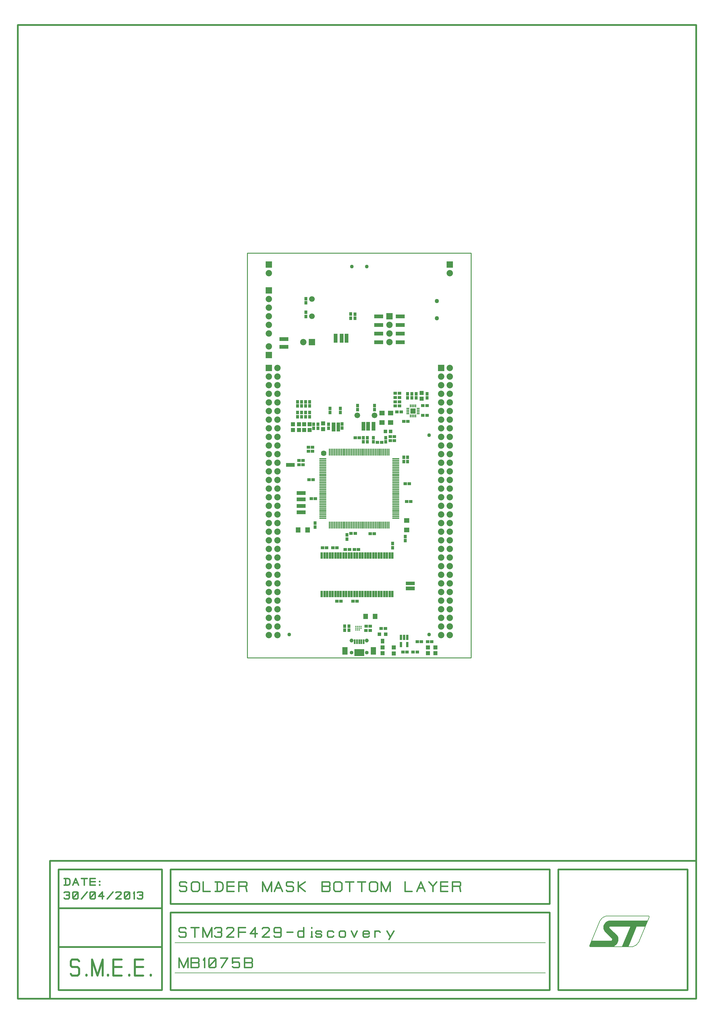
<source format=gbr>
G70*
%FSLAX55Y55*%
%ADD11C,0.01000*%
%ADD12C,0.00800*%
%ADD13C,0.02000*%
%ADD14R,0.07394X0.07394*%
%ADD15C,0.07394*%
%ADD16R,0.04086X0.03386*%
%ADD17R,0.03386X0.04086*%
%ADD18R,0.05118X0.04724*%
%ADD19R,0.06394X0.05394*%
%ADD20R,0.03543X0.01575*%
%ADD21R,0.01575X0.03543*%
%ADD22R,0.06299X0.06299*%
%ADD23C,0.06594*%
%ADD24C,0.00100*%
%ADD25C,0.01378*%
%ADD26C,0.05000*%
%ADD27R,0.05394X0.06394*%
%ADD28R,0.01969X0.05709*%
%ADD29R,0.11418X0.08268*%
%ADD30R,0.05906X0.09054*%
%ADD31O,0.04331X0.04331*%
%ADD32C,0.04528*%
%ADD33R,0.07394X0.07394*%
%ADD34R,0.02559X0.06102*%
%ADD35C,0.04331*%
%ADD36C,0.01654*%
%ADD37R,0.03976X0.03976*%
%ADD38R,0.03976X0.05376*%
%ADD39R,0.01693X0.08268*%
%ADD40R,0.08268X0.01693*%
%ADD41C,0.06378*%
%ADD42R,0.03898X0.04398*%
%ADD43R,0.02756X0.07677*%
%ADD44C,0.02480*%
%ADD45C,0.01500*%
%ADD46C,0.01575*%
D11*
X285882Y415262D02*
X545725Y415262D01*
X545725Y884947*
X285882Y884947*
X285882Y415262*
D12*
G36*
X685804Y86797D02*
X708758Y86807D01*
X709804Y88897*
X700804Y97897*
X699604Y100597*
X699604Y103897*
X699904Y105097*
X701104Y107197*
X702304Y108397*
X703804Y109297*
X705604Y109897*
X707704Y110197*
X750304Y110197*
X747904Y103897*
X747604Y103597*
X737704Y103597*
X728104Y80797*
X721204Y80797*
X730504Y102697*
X730504Y103597*
X706804Y103597*
X706204Y103297*
X705904Y102697*
X705904Y101797*
X706204Y101497*
X714904Y93097*
X715804Y91597*
X716104Y90097*
X716404Y89797*
X716404Y87097*
G75*
G02X711604Y80797I-08949J01839*
G01X683404Y80797*
X683404Y81397*
X685504Y86497*
X685804Y86797*
G37*
X708758Y86807*
X709804Y88897*
X700804Y97897*
X699604Y100597*
X699604Y103897*
X699904Y105097*
X701104Y107197*
X702304Y108397*
X703804Y109297*
X705604Y109897*
X707704Y110197*
X750304Y110197*
X747904Y103897*
X747604Y103597*
X737704Y103597*
X728104Y80797*
X721204Y80797*
X730504Y102697*
X730504Y103597*
X706804Y103597*
X706204Y103297*
X705904Y102697*
X705904Y101797*
X706204Y101497*
X714904Y93097*
X715804Y91597*
X716104Y90097*
X716404Y89797*
X716404Y87097*
G75*
G02X711604Y80797I-08949J01839*
G01X683404Y80797*
X683404Y81397*
X685504Y86497*
X685804Y86797*
X202051Y49689D02*
X632051Y49689D01*
D13*
X197051Y129689D02*
X637051Y129689D01*
X67050Y29689D02*
X187051Y29689D01*
D12*
X202051Y84689D02*
X632051Y84689D01*
D13*
X197051Y119689D02*
X637051Y119689D01*
D12*
X684004Y80197D02*
X683404Y80797D01*
X683404Y81397*
X695404Y110497*
G75*
G02X702004Y115597I08543J-04235*
G01X751804Y115597*
X752104Y115297*
X752104Y114097*
X740104Y85297*
G75*
G02X733504Y80197I-08825J04600*
G01X684004Y80197*
D13*
X637051Y129689D02*
X637051Y169689D01*
X57051Y179689D02*
X807051Y179689D01*
X67050Y124689D02*
X187051Y124689D01*
X67050Y169689D02*
X187051Y169689D01*
X197051Y169689D02*
X637051Y169689D01*
X197051Y29689D02*
X197051Y119689D01*
X197051Y129689D02*
X197051Y169689D01*
X67050Y29689D02*
X67050Y169689D01*
X637051Y29689D02*
X637051Y119689D01*
X647051Y169689D02*
X797051Y169689D01*
X647051Y29689D02*
X797051Y29689D01*
X19649Y19689D02*
X19649Y1149611D01*
X19649Y19689D02*
X807051Y19689D01*
X57051Y19689D02*
X57051Y179689D01*
X187051Y29689D02*
X187051Y169689D01*
X647051Y29689D02*
X647051Y169689D01*
X797051Y29689D02*
X797051Y169689D01*
X67050Y79689D02*
X187051Y79689D01*
X807051Y19689D02*
X807051Y1149611D01*
X197051Y29689D02*
X637051Y29689D01*
X19649Y1149611D02*
X807051Y1149611D01*
D14*
X450804Y811797D03*
D15*
X450804Y801797D03*
X450804Y791797D03*
X450804Y781797D03*
D16*
X428439Y446953D03*
X423714Y446953D03*
D17*
X420528Y666049D03*
X420528Y670774D03*
D18*
X455863Y420537D03*
X455863Y427230D03*
D19*
X452221Y688305D03*
X452221Y699305D03*
D18*
X374071Y687506D03*
X374071Y680813D03*
D16*
X428697Y452211D03*
X423973Y452211D03*
X494416Y708047D03*
X489691Y708047D03*
X488048Y433963D03*
X483323Y433963D03*
D17*
X353796Y831994D03*
X353796Y827270D03*
X353796Y811522D03*
X353796Y816246D03*
D16*
X475666Y596797D03*
X470941Y596797D03*
X471315Y422151D03*
X466591Y422151D03*
D18*
X495528Y420774D03*
X495528Y427466D03*
D17*
X358323Y695183D03*
X358323Y699907D03*
X477054Y716935D03*
X477054Y721659D03*
X344150Y707781D03*
X344150Y712506D03*
X410804Y814159D03*
X410804Y809435D03*
D16*
X457733Y707585D03*
X462457Y707585D03*
D17*
X433520Y703254D03*
X433520Y707978D03*
X482054Y716935D03*
X482054Y721659D03*
X399071Y452073D03*
X399071Y447348D03*
D16*
X373284Y543214D03*
X378008Y543214D03*
D17*
X381945Y699907D03*
X381945Y704632D03*
D16*
X495134Y433963D03*
X499859Y433963D03*
D20*
X472398Y698844D03*
X472398Y700813D03*
X472398Y702781D03*
X472398Y704750D03*
D21*
X475351Y707703D03*
X477319Y707703D03*
X479288Y707703D03*
X481256Y707703D03*
D20*
X484209Y704750D03*
X484209Y702781D03*
X484209Y700813D03*
X484209Y698844D03*
D21*
X481256Y695892D03*
X479288Y695892D03*
X477319Y695892D03*
X475351Y695892D03*
D22*
X478304Y701797D03*
D23*
X433556Y696777D03*
X413556Y696777D03*
D14*
X310804Y841797D03*
D15*
X310804Y831797D03*
X310804Y821797D03*
X310804Y811797D03*
X310804Y801797D03*
X310804Y791797D03*
D24*
G36*
X443225Y779829D02*
X433382Y779829D01*
X433382Y783766*
X443225Y783766*
X443225Y779829*
G37*
X433382Y779829*
X433382Y783766*
X443225Y783766*
X443225Y779829*
D25*
X440272Y781797D03*
X435941Y781797D03*
D26*
X505804Y809297D03*
X505804Y829297D03*
D27*
X355949Y563687D03*
X344949Y563687D03*
D17*
X358323Y707781D03*
X358323Y712506D03*
D24*
G36*
X469938Y503844D02*
X479780Y503844D01*
X479780Y499907*
X469938Y499907*
X469938Y503844*
G37*
X479780Y503844*
X479780Y499907*
X469938Y499907*
X469938Y503844*
D25*
X472890Y501876D03*
X477221Y501876D03*
D24*
G36*
X443225Y789829D02*
X433382Y789829D01*
X433382Y793766*
X443225Y793766*
X443225Y789829*
G37*
X433382Y789829*
X433382Y793766*
X443225Y793766*
X443225Y789829*
D25*
X440272Y791797D03*
X435941Y791797D03*
D18*
X345804Y686394D03*
X345804Y679701D03*
D28*
X410686Y433963D03*
X413245Y433963D03*
X415804Y433963D03*
X418363Y433963D03*
X420922Y433963D03*
D29*
X415804Y421365D03*
D30*
X432241Y423333D03*
X399367Y423333D03*
D31*
X424564Y421463D03*
X407044Y421463D03*
D32*
X424564Y435242D03*
X407044Y435242D03*
D16*
X415041Y541172D03*
X410316Y541172D03*
X389819Y543214D03*
X385095Y543214D03*
X441788Y665262D03*
X437064Y665262D03*
X404416Y541172D03*
X399691Y541172D03*
X356749Y655026D03*
X361473Y655026D03*
D17*
X363048Y681797D03*
X363048Y686522D03*
D18*
X358304Y686394D03*
X358304Y679701D03*
D17*
X403835Y452073D03*
X403835Y447348D03*
X395804Y681935D03*
X395804Y686659D03*
X348875Y707781D03*
X348875Y712506D03*
D16*
X345941Y639297D03*
X350666Y639297D03*
D17*
X413835Y703254D03*
X413835Y707978D03*
D14*
X310804Y766797D03*
D15*
X310804Y776797D03*
D17*
X472054Y647909D03*
X472054Y643185D03*
X367772Y681797D03*
X367772Y686522D03*
X472054Y721659D03*
X472054Y716935D03*
X494554Y716935D03*
X494554Y721659D03*
D16*
X411079Y559750D03*
X406355Y559750D03*
D17*
X380371Y681797D03*
X380371Y686522D03*
D16*
X356749Y659750D03*
X361473Y659750D03*
D33*
X360804Y781797D03*
D15*
X350804Y781797D03*
D16*
X457733Y712506D03*
X462457Y712506D03*
X483126Y422151D03*
X478402Y422151D03*
X462457Y717427D03*
X457733Y717427D03*
D17*
X446512Y666049D03*
X446512Y670774D03*
D14*
X520804Y871797D03*
D15*
X520804Y861797D03*
D16*
X411079Y670774D03*
X415804Y670774D03*
X467575Y689868D03*
X472300Y689868D03*
X474071Y617230D03*
X469347Y617230D03*
D17*
X432339Y666049D03*
X432339Y670774D03*
D34*
X464229Y439179D03*
X467969Y439179D03*
X471709Y439179D03*
X471709Y430714D03*
X464229Y430714D03*
D35*
X424442Y869297D03*
X407142Y869297D03*
D14*
X310804Y871797D03*
D15*
X310804Y861797D03*
D17*
X425252Y666049D03*
X425252Y670774D03*
D16*
X433166Y559297D03*
X428441Y559297D03*
D17*
X401429Y557909D03*
X401429Y553185D03*
D36*
X417772Y449711D03*
X417772Y451679D03*
X415804Y447742D03*
X415804Y449711D03*
X415804Y451679D03*
X413835Y447742D03*
X413835Y449711D03*
X413835Y451679D03*
X411867Y447742D03*
X411867Y449711D03*
X411867Y451679D03*
D17*
X348875Y695183D03*
X348875Y699907D03*
D37*
X439219Y442884D03*
X446719Y442884D03*
D38*
X443019Y434884D03*
D24*
G36*
X468225Y809829D02*
X458382Y809829D01*
X458382Y813766*
X468225Y813766*
X468225Y809829*
G37*
X458382Y809829*
X458382Y813766*
X468225Y813766*
X468225Y809829*
D25*
X465272Y811797D03*
X460941Y811797D03*
D17*
X353599Y695183D03*
X353599Y699907D03*
D16*
X464426Y700695D03*
X459701Y700695D03*
D18*
X504386Y420774D03*
X504386Y427466D03*
D16*
X413166Y481172D03*
X408441Y481172D03*
D17*
X393756Y699907D03*
X393756Y704632D03*
D16*
X360316Y599922D03*
X365041Y599922D03*
D17*
X405961Y814277D03*
X405961Y809553D03*
D39*
X381355Y654120D03*
X383323Y654120D03*
X385292Y654120D03*
X387260Y654120D03*
X389229Y654120D03*
X391197Y654120D03*
X393166Y654120D03*
X395134Y654120D03*
X397103Y654120D03*
X399071Y654120D03*
X401040Y654120D03*
X403008Y654120D03*
X404977Y654120D03*
X406945Y654120D03*
X408914Y654120D03*
X410882Y654120D03*
X412851Y654120D03*
X414819Y654120D03*
X416788Y654120D03*
X418756Y654120D03*
X420725Y654120D03*
X422693Y654120D03*
X424662Y654120D03*
X426630Y654120D03*
X428599Y654120D03*
X430567Y654120D03*
X432536Y654120D03*
X434504Y654120D03*
X436473Y654120D03*
X438441Y654120D03*
X440410Y654120D03*
X442378Y654120D03*
X444347Y654120D03*
X446315Y654120D03*
X448284Y654120D03*
X450252Y654120D03*
D40*
X458126Y646246D03*
X458126Y644277D03*
X458126Y642309D03*
X458126Y640340D03*
X458126Y638372D03*
X458126Y636403D03*
X458126Y634435D03*
X458126Y632466D03*
X458126Y630498D03*
X458126Y628529D03*
X458126Y626561D03*
X458126Y624592D03*
X458126Y622624D03*
X458126Y620655D03*
X458126Y618687D03*
X458126Y616718D03*
X458126Y614750D03*
X458126Y612781D03*
X458126Y610813D03*
X458126Y608844D03*
X458126Y606876D03*
X458126Y604907D03*
X458126Y602939D03*
X458126Y600970D03*
X458126Y599002D03*
X458126Y597033D03*
X458126Y595065D03*
X458126Y593096D03*
X458126Y591128D03*
X458126Y589159D03*
X458126Y587191D03*
X458126Y585222D03*
X458126Y583254D03*
X458126Y581285D03*
X458126Y579317D03*
X458126Y577348D03*
D39*
X450252Y569474D03*
X448284Y569474D03*
X446315Y569474D03*
X444347Y569474D03*
X442378Y569474D03*
X440410Y569474D03*
X438441Y569474D03*
X436473Y569474D03*
X434504Y569474D03*
X432536Y569474D03*
X430567Y569474D03*
X428599Y569474D03*
X426630Y569474D03*
X424662Y569474D03*
X422693Y569474D03*
X420725Y569474D03*
X418756Y569474D03*
X416788Y569474D03*
X414819Y569474D03*
X412851Y569474D03*
X410882Y569474D03*
X408914Y569474D03*
X406945Y569474D03*
X404977Y569474D03*
X403008Y569474D03*
X401040Y569474D03*
X399071Y569474D03*
X397103Y569474D03*
X395134Y569474D03*
X393166Y569474D03*
X391197Y569474D03*
X389229Y569474D03*
X387260Y569474D03*
X385292Y569474D03*
X383323Y569474D03*
X381355Y569474D03*
D40*
X373481Y577348D03*
X373481Y579317D03*
X373481Y581285D03*
X373481Y583254D03*
X373481Y585222D03*
X373481Y587191D03*
X373481Y589159D03*
X373481Y591128D03*
X373481Y593096D03*
X373481Y595065D03*
X373481Y597033D03*
X373481Y599002D03*
X373481Y600970D03*
X373481Y602939D03*
X373481Y604907D03*
X373481Y606876D03*
X373481Y608844D03*
X373481Y610813D03*
X373481Y612781D03*
X373481Y614750D03*
X373481Y616718D03*
X373481Y618687D03*
X373481Y620655D03*
X373481Y622624D03*
X373481Y624592D03*
X373481Y626561D03*
X373481Y628529D03*
X373481Y630498D03*
X373481Y632466D03*
X373481Y634435D03*
X373481Y636403D03*
X373481Y638372D03*
X373481Y640340D03*
X373481Y642309D03*
X373481Y644277D03*
X373481Y646246D03*
D41*
X374735Y652867D03*
D35*
X496906Y442545D03*
X496906Y673648D03*
X334701Y442545D03*
D24*
G36*
X386276Y781403D02*
X386276Y791246D01*
X390213Y791246*
X390213Y781403*
X386276Y781403*
G37*
X386276Y791246*
X390213Y791246*
X390213Y781403*
X386276Y781403*
D25*
X388245Y784356D03*
X388245Y788687D03*
D17*
X344150Y695183D03*
X344150Y699907D03*
X454554Y547909D03*
X454554Y543185D03*
X353599Y707781D03*
X353599Y712506D03*
D18*
X338929Y686394D03*
X338929Y679701D03*
D16*
X441367Y449251D03*
X446091Y449251D03*
D42*
X446268Y678057D03*
X452268Y678057D03*
D24*
G36*
X479780Y494002D02*
X469938Y494002D01*
X469938Y497939*
X479780Y497939*
X479780Y494002*
G37*
X469938Y494002*
X469938Y497939*
X479780Y497939*
X479780Y494002*
D25*
X476827Y495970D03*
X472497Y495970D03*
D18*
X442969Y420577D03*
X442969Y427270D03*
D19*
X442378Y688305D03*
X442378Y699305D03*
D16*
X462457Y722348D03*
X457733Y722348D03*
X357536Y621955D03*
X362260Y621955D03*
D18*
X352054Y686394D03*
X352054Y679701D03*
D17*
X469347Y551482D03*
X469347Y556207D03*
D16*
X451827Y672151D03*
X456552Y672151D03*
D18*
X488304Y722644D03*
X488304Y715951D03*
D27*
X423099Y463490D03*
X434099Y463490D03*
D16*
X394544Y481010D03*
X389819Y481010D03*
D17*
X467679Y647909D03*
X467679Y643185D03*
D19*
X470922Y574699D03*
X470922Y563699D03*
D16*
X345941Y644297D03*
X350666Y644297D03*
D23*
X360823Y811761D03*
X360823Y831761D03*
D17*
X364554Y566935D03*
X364554Y571659D03*
D16*
X456552Y667230D03*
X451827Y667230D03*
X489691Y696797D03*
X494416Y696797D03*
D14*
X310804Y751797D03*
D15*
X320804Y751797D03*
X310804Y741797D03*
X320804Y741797D03*
X310804Y731797D03*
X320804Y731797D03*
X310804Y721797D03*
X320804Y721797D03*
X310804Y711797D03*
X320804Y711797D03*
X310804Y701797D03*
X320804Y701797D03*
X310804Y691797D03*
X320804Y691797D03*
X310804Y681797D03*
X320804Y681797D03*
X310804Y671797D03*
X320804Y671797D03*
X310804Y661797D03*
X320804Y661797D03*
X310804Y651797D03*
X320804Y651797D03*
X310804Y641797D03*
X320804Y641797D03*
X310804Y631797D03*
X320804Y631797D03*
X310804Y621797D03*
X320804Y621797D03*
X310804Y611797D03*
X320804Y611797D03*
X310804Y601797D03*
X320804Y601797D03*
X310804Y591797D03*
X320804Y591797D03*
X310804Y581797D03*
X320804Y581797D03*
X310804Y571797D03*
X320804Y571797D03*
X310804Y561797D03*
X320804Y561797D03*
X310804Y551797D03*
X320804Y551797D03*
X310804Y541797D03*
X320804Y541797D03*
X310804Y531797D03*
X320804Y531797D03*
X310804Y521797D03*
X320804Y521797D03*
X310804Y511797D03*
X320804Y511797D03*
X310804Y501797D03*
X320804Y501797D03*
X310804Y491797D03*
X320804Y491797D03*
X310804Y481797D03*
X320804Y481797D03*
X310804Y471797D03*
X320804Y471797D03*
X310804Y461797D03*
X320804Y461797D03*
X310804Y451797D03*
X320804Y451797D03*
X310804Y441797D03*
X320804Y441797D03*
D43*
X372359Y534041D03*
X375508Y534041D03*
X378658Y534041D03*
X381808Y534041D03*
X384957Y534041D03*
X388107Y534041D03*
X391256Y534041D03*
X394406Y534041D03*
X397556Y534041D03*
X400705Y534041D03*
X403855Y534041D03*
X407004Y534041D03*
X410154Y534041D03*
X413304Y534041D03*
X416453Y534041D03*
X419603Y534041D03*
X422752Y534041D03*
X425902Y534041D03*
X429052Y534041D03*
X432201Y534041D03*
X435351Y534041D03*
X438501Y534041D03*
X441650Y534041D03*
X444800Y534041D03*
X447949Y534041D03*
X451099Y534041D03*
X454249Y534041D03*
X454249Y489553D03*
X451099Y489553D03*
X447949Y489553D03*
X444800Y489553D03*
X441650Y489553D03*
X438501Y489553D03*
X435351Y489553D03*
X432201Y489553D03*
X429052Y489553D03*
X425902Y489553D03*
X422752Y489553D03*
X419603Y489553D03*
X416453Y489553D03*
X413304Y489553D03*
X410154Y489553D03*
X407004Y489553D03*
X403855Y489553D03*
X400705Y489553D03*
X397556Y489553D03*
X394406Y489553D03*
X391256Y489553D03*
X388107Y489553D03*
X384957Y489553D03*
X381808Y489553D03*
X378658Y489553D03*
X375508Y489553D03*
X372359Y489553D03*
D24*
G36*
X330882Y641266D02*
X340725Y641266D01*
X340725Y637329*
X330882Y637329*
X330882Y641266*
G37*
X340725Y641266*
X340725Y637329*
X330882Y637329*
X330882Y641266*
D25*
X333835Y639297D03*
X338166Y639297D03*
D24*
G36*
X434308Y689081D02*
X434308Y679238D01*
X430371Y679238*
X430371Y689081*
X434308Y689081*
G37*
X434308Y679238*
X430371Y679238*
X430371Y689081*
X434308Y689081*
D25*
X432339Y686128D03*
X432339Y681797D03*
D24*
G36*
X353225Y604829D02*
X343382Y604829D01*
X343382Y608766*
X353225Y608766*
X353225Y604829*
G37*
X343382Y604829*
X343382Y608766*
X353225Y608766*
X353225Y604829*
D25*
X350272Y606797D03*
X345941Y606797D03*
D24*
G36*
X468225Y799829D02*
X458382Y799829D01*
X458382Y803766*
X468225Y803766*
X468225Y799829*
G37*
X458382Y799829*
X458382Y803766*
X468225Y803766*
X468225Y799829*
D25*
X465272Y801797D03*
X460941Y801797D03*
D24*
G36*
X333126Y774514D02*
X323284Y774514D01*
X323284Y778451*
X333126Y778451*
X333126Y774514*
G37*
X323284Y774514*
X323284Y778451*
X333126Y778451*
X333126Y774514*
D25*
X330174Y776482D03*
X325843Y776482D03*
D24*
G36*
X428008Y689081D02*
X428008Y679238D01*
X424071Y679238*
X424071Y689081*
X428008Y689081*
G37*
X428008Y679238*
X424071Y679238*
X424071Y689081*
X428008Y689081*
D25*
X426040Y686128D03*
X426040Y681797D03*
D24*
G36*
X353225Y582329D02*
X343382Y582329D01*
X343382Y586266*
X353225Y586266*
X353225Y582329*
G37*
X343382Y582329*
X343382Y586266*
X353225Y586266*
X353225Y582329*
D25*
X350272Y584297D03*
X345941Y584297D03*
D24*
G36*
X422497Y689081D02*
X422497Y679238D01*
X418560Y679238*
X418560Y689081*
X422497Y689081*
G37*
X422497Y679238*
X418560Y679238*
X418560Y689081*
X422497Y689081*
D25*
X420528Y686128D03*
X420528Y681797D03*
D24*
G36*
X468225Y789829D02*
X458382Y789829D01*
X458382Y793766*
X468225Y793766*
X468225Y789829*
G37*
X458382Y789829*
X458382Y793766*
X468225Y793766*
X468225Y789829*
D25*
X465272Y791797D03*
X460941Y791797D03*
D24*
G36*
X353225Y589829D02*
X343382Y589829D01*
X343382Y593766*
X353225Y593766*
X353225Y589829*
G37*
X343382Y589829*
X343382Y593766*
X353225Y593766*
X353225Y589829*
D25*
X350272Y591797D03*
X345941Y591797D03*
D24*
G36*
X403008Y791246D02*
X403008Y781403D01*
X399071Y781403*
X399071Y791246*
X403008Y791246*
G37*
X403008Y781403*
X399071Y781403*
X399071Y791246*
X403008Y791246*
D25*
X401040Y788293D03*
X401040Y783963D03*
D14*
X510804Y751797D03*
D15*
X520804Y751797D03*
X510804Y741797D03*
X520804Y741797D03*
X510804Y731797D03*
X520804Y731797D03*
X510804Y721797D03*
X520804Y721797D03*
X510804Y711797D03*
X520804Y711797D03*
X510804Y701797D03*
X520804Y701797D03*
X510804Y691797D03*
X520804Y691797D03*
X510804Y681797D03*
X520804Y681797D03*
X510804Y671797D03*
X520804Y671797D03*
X510804Y661797D03*
X520804Y661797D03*
X510804Y651797D03*
X520804Y651797D03*
X510804Y641797D03*
X520804Y641797D03*
X510804Y631797D03*
X520804Y631797D03*
X510804Y621797D03*
X520804Y621797D03*
X510804Y611797D03*
X520804Y611797D03*
X510804Y601797D03*
X520804Y601797D03*
X510804Y591797D03*
X520804Y591797D03*
X510804Y581797D03*
X520804Y581797D03*
X510804Y571797D03*
X520804Y571797D03*
X510804Y561797D03*
X520804Y561797D03*
X510804Y551797D03*
X520804Y551797D03*
X510804Y541797D03*
X520804Y541797D03*
X510804Y531797D03*
X520804Y531797D03*
X510804Y521797D03*
X520804Y521797D03*
X510804Y511797D03*
X520804Y511797D03*
X510804Y501797D03*
X520804Y501797D03*
X510804Y491797D03*
X520804Y491797D03*
X510804Y481797D03*
X520804Y481797D03*
X510804Y471797D03*
X520804Y471797D03*
X510804Y461797D03*
X520804Y461797D03*
X510804Y451797D03*
X520804Y451797D03*
X510804Y441797D03*
X520804Y441797D03*
D24*
G36*
X443225Y799829D02*
X433382Y799829D01*
X433382Y803766*
X443225Y803766*
X443225Y799829*
G37*
X433382Y799829*
X433382Y803766*
X443225Y803766*
X443225Y799829*
D25*
X440272Y801797D03*
X435941Y801797D03*
D24*
G36*
X323284Y787309D02*
X333126Y787309D01*
X333126Y783372*
X323284Y783372*
X323284Y787309*
G37*
X333126Y787309*
X333126Y783372*
X323284Y783372*
X323284Y787309*
D25*
X326237Y785340D03*
X330567Y785340D03*
D24*
G36*
X393166Y781403D02*
X393166Y791246D01*
X397103Y791246*
X397103Y781403*
X393166Y781403*
G37*
X393166Y791246*
X397103Y791246*
X397103Y781403*
X393166Y781403*
D25*
X395134Y784356D03*
X395134Y788687D03*
D24*
G36*
X443225Y809829D02*
X433382Y809829D01*
X433382Y813766*
X443225Y813766*
X443225Y809829*
G37*
X433382Y809829*
X433382Y813766*
X443225Y813766*
X443225Y809829*
D25*
X440272Y811797D03*
X435941Y811797D03*
D24*
G36*
X393363Y688293D02*
X393363Y678451D01*
X389426Y678451*
X389426Y688293*
X393363Y688293*
G37*
X393363Y678451*
X389426Y678451*
X389426Y688293*
X393363Y688293*
D25*
X391394Y685340D03*
X391394Y681010D03*
D24*
G36*
X387851Y688293D02*
X387851Y678451D01*
X383914Y678451*
X383914Y688293*
X387851Y688293*
G37*
X387851Y678451*
X383914Y678451*
X383914Y688293*
X387851Y688293*
D25*
X385882Y685340D03*
X385882Y681010D03*
D24*
G36*
X468225Y779829D02*
X458382Y779829D01*
X458382Y783766*
X468225Y783766*
X468225Y779829*
G37*
X458382Y779829*
X458382Y783766*
X468225Y783766*
X468225Y779829*
D25*
X465272Y781797D03*
X460941Y781797D03*
D24*
G36*
X353225Y597329D02*
X343382Y597329D01*
X343382Y601266*
X353225Y601266*
X353225Y597329*
G37*
X343382Y597329*
X343382Y601266*
X353225Y601266*
X353225Y597329*
D25*
X350272Y599297D03*
X345941Y599297D03*
D44*
X80804Y41797D02*
X80804Y48687*
X82182Y46718D01*
X89071Y46718*
X90449Y48687*
X90449Y54592*
X89071Y56561*
X82182Y56561*
X80804Y58529*
X80804Y63451*
X82182Y65419*
X89071Y65419*
X90449Y63451*
X99406Y46718D02*
X99062Y46718D01*
X99062Y47703*
X99406Y47703*
X99406Y46718*
X105607Y46718D02*
X105607Y65419D01*
X111808Y46718*
X118008Y65419*
X118008Y46718*
X124209Y46718D02*
X123865Y46718D01*
X123865Y47703*
X124209Y47703*
X124209Y46718*
X140056Y46718D02*
X130410Y46718D01*
X130410Y65419*
X140056Y65419*
X140056Y56561D02*
X130410Y56561D01*
X149012Y46718D02*
X148668Y46718D01*
X148668Y47703*
X149012Y47703*
X149012Y46718*
X164859Y46718D02*
X155213Y46718D01*
X155213Y65419*
X164859Y65419*
X164859Y56561D02*
X155213Y56561D01*
X173815Y46718D02*
X173471Y46718D01*
X173471Y47703*
X173815Y47703*
X173815Y46718*
D45*
X73284Y149514D02*
X73284Y159514*
X77451Y159514D01*
X79117Y158680*
X79951Y157014*
X79951Y154097*
X79117Y152430*
X77451Y151597*
X73284Y151597*
X74951Y151597D02*
X74951Y159514D01*
X83284Y151597D02*
X86617Y159514D01*
X89950Y151597*
X84534Y154514D02*
X88700Y154514D01*
X93283Y159514D02*
X99950Y159514D01*
X96617Y159514D02*
X96617Y151597D01*
X109116Y151597D02*
X103283Y151597D01*
X103283Y159514*
X109116Y159514*
X109116Y155764D02*
X103283Y155764D01*
X114533Y151597D02*
X114324Y151597D01*
X114324Y152014*
X114533Y152014*
X114533Y151597*
X114533Y155764D02*
X114324Y155764D01*
X114324Y156180*
X114533Y156180*
X114533Y155764*
X73284Y133766D02*
X73284Y142932*
X74117Y143766D01*
X78284Y143766*
X79117Y142932*
X79117Y140849*
X78284Y140016*
X75784Y140016*
X78284Y140016*
X79117Y139182*
X79117Y137099*
X78284Y135849*
X74117Y135849*
X73284Y136682*
X89117Y136682D02*
X88284Y135849D01*
X84117Y135849*
X83284Y136682*
X83284Y142932*
X84117Y143766*
X88284Y143766*
X89117Y142932*
X89117Y136682*
X83284Y136682D02*
X89117Y142932D01*
X93283Y135849D02*
X99950Y143766D01*
X109116Y136682D02*
X108283Y135849D01*
X104116Y135849*
X103283Y136682*
X103283Y142932*
X104116Y143766*
X108283Y143766*
X109116Y142932*
X109116Y136682*
X103283Y136682D02*
X109116Y142932D01*
X117449Y135849D02*
X117449Y143766D01*
X113283Y138766*
X119116Y138766*
X123282Y135849D02*
X129949Y143766D01*
X133282Y142932D02*
X134115Y143766D01*
X138282Y143766*
X139115Y142932*
X139115Y141266*
X138282Y140432*
X133282Y135849*
X139115Y135849*
X149115Y136682D02*
X148282Y135849D01*
X144115Y135849*
X143282Y136682*
X143282Y142932*
X144115Y143766*
X148282Y143766*
X149115Y142932*
X149115Y136682*
X143282Y136682D02*
X149115Y142932D01*
X154740Y135849D02*
X154740Y143766D01*
X153906Y142099*
X158281Y142932D02*
X159115Y143766D01*
X163281Y143766*
X164115Y142932*
X164115Y140849*
X163281Y140016*
X160781Y140016*
X163281Y140016*
X164115Y139182*
X164115Y137099*
X163281Y135849*
X159115Y135849*
X158281Y136682*
D46*
X206657Y53154D02*
X206657Y56025*
X206657Y66934D01*
X211824Y56025*
X216992Y66934*
X216992Y56025*
X220436Y56025D02*
X220436Y66934D01*
X228474Y66934*
X229623Y65785*
X229623Y62914*
X228474Y61766*
X220436Y61766D02*
X228474Y61766D01*
X229623Y60618*
X229623Y57173*
X228474Y56025*
X220436Y56025*
X236225Y56025D02*
X236225Y66934D01*
X235077Y64637*
X249143Y57173D02*
X247995Y56025D01*
X242253Y56025*
X241105Y57173*
X241105Y65785*
X242253Y66934*
X247995Y66934*
X249143Y65785*
X249143Y57173*
X241105Y57173D02*
X249143Y65785D01*
X254884Y66934D02*
X262922Y66934D01*
X256033Y56025*
X268664Y57173D02*
X269812Y56025D01*
X275553Y56025*
X276702Y57173*
X276702Y61192*
X275553Y62340*
X269812Y62340*
X268664Y61192*
X268664Y66934*
X276702Y66934*
X282443Y56025D02*
X282443Y66934D01*
X290481Y66934*
X291629Y65785*
X291629Y62914*
X290481Y61766*
X282443Y61766D02*
X290481Y61766D01*
X291629Y60618*
X291629Y57173*
X290481Y56025*
X282443Y56025*
X207142Y141640D02*
X207142Y145659*
X208291Y144510D01*
X214032Y144510*
X215180Y145659*
X215180Y149104*
X214032Y150252*
X208291Y150252*
X207142Y151400*
X207142Y154271*
X208291Y155419*
X214032Y155419*
X215180Y154271*
X230108Y146233D02*
X228385Y144510D01*
X222644Y144510*
X220921Y146233*
X220921Y153697*
X222644Y155419*
X228385Y155419*
X230108Y153697*
X230108Y146233*
X242739Y144510D02*
X234701Y144510D01*
X234701Y155419*
X248480Y155419D02*
X254221Y155419D01*
X256518Y154271*
X257666Y151974*
X257666Y147955*
X256518Y145659*
X254221Y144510*
X248480Y144510*
X250776Y144510D02*
X250776Y155419D01*
X270297Y144510D02*
X262259Y144510D01*
X262259Y155419*
X270297Y155419*
X270297Y150252D02*
X262259Y150252D01*
X276038Y144510D02*
X276038Y155419D01*
X284076Y155419*
X285225Y154271*
X285225Y151400*
X284076Y150252*
X276038Y150252*
X282928Y150252D02*
X284076Y150252D01*
X285225Y144510*
X299004Y141640D02*
X303597Y144510*
X303597Y155419D01*
X308764Y144510*
X313931Y155419*
X313931Y144510*
X317376Y144510D02*
X321969Y155419D01*
X326562Y144510*
X319098Y148529D02*
X324840Y148529D01*
X331155Y145659D02*
X332303Y144510D01*
X338045Y144510*
X339193Y145659*
X339193Y149104*
X338045Y150252*
X332303Y150252*
X331155Y151400*
X331155Y154271*
X332303Y155419*
X338045Y155419*
X339193Y154271*
X344934Y144510D02*
X344934Y155419D01*
X344934Y150252D02*
X345509Y150252D01*
X352972Y155419*
X345509Y150252D02*
X352972Y144510D01*
X367900Y141640D02*
X372493Y144510*
X372493Y155419D01*
X380531Y155419*
X381679Y154271*
X381679Y151400*
X380531Y150252*
X372493Y150252D02*
X380531Y150252D01*
X381679Y149104*
X381679Y145659*
X380531Y144510*
X372493Y144510*
X395458Y146233D02*
X393736Y144510D01*
X387994Y144510*
X386272Y146233*
X386272Y153697*
X387994Y155419*
X393736Y155419*
X395458Y153697*
X395458Y146233*
X400051Y155419D02*
X409238Y155419D01*
X404644Y155419D02*
X404644Y144510D01*
X413830Y155419D02*
X423017Y155419D01*
X418424Y155419D02*
X418424Y144510D01*
X436796Y146233D02*
X435074Y144510D01*
X429332Y144510*
X427610Y146233*
X427610Y153697*
X429332Y155419*
X435074Y155419*
X436796Y153697*
X436796Y146233*
X441389Y144510D02*
X441389Y155419D01*
X446556Y144510*
X451724Y155419*
X451724Y144510*
X464354Y141640D02*
X476985Y144510*
X468947Y144510D01*
X468947Y155419*
X482726Y144510D02*
X487320Y155419D01*
X491913Y144510*
X484449Y148529D02*
X490190Y148529D01*
X496506Y155419D02*
X501099Y150252D01*
X505692Y155419*
X501099Y150252D02*
X501099Y144510D01*
X518323Y144510D02*
X510285Y144510D01*
X510285Y155419*
X518323Y155419*
X518323Y150252D02*
X510285Y150252D01*
X524064Y144510D02*
X524064Y155419D01*
X532102Y155419*
X533250Y154271*
X533250Y151400*
X532102Y150252*
X524064Y150252*
X530954Y150252D02*
X532102Y150252D01*
X533250Y144510*
X206657Y88587D02*
X206657Y92606*
X207805Y91458D01*
X213547Y91458*
X214695Y92606*
X214695Y96051*
X213547Y97199*
X207805Y97199*
X206657Y98348*
X206657Y101218*
X207805Y102367*
X213547Y102367*
X214695Y101218*
X220436Y102367D02*
X229623Y102367D01*
X225029Y102367D02*
X225029Y91458D01*
X234216Y91458D02*
X234216Y102367D01*
X239383Y91458*
X244550Y102367*
X244550Y91458*
X247995Y101218D02*
X249143Y102367D01*
X254884Y102367*
X256033Y101218*
X256033Y98348*
X254884Y97199*
X251440Y97199*
X254884Y97199*
X256033Y96051*
X256033Y93180*
X254884Y91458*
X249143Y91458*
X247995Y92606*
X261774Y101218D02*
X262922Y102367D01*
X268664Y102367*
X269812Y101218*
X269812Y98922*
X268664Y97773*
X261774Y91458*
X269812Y91458*
X275553Y91458D02*
X275553Y102367D01*
X283591Y102367*
X283591Y97199D02*
X275553Y97199D01*
X295074Y91458D02*
X295074Y102367D01*
X289332Y95477*
X297370Y95477*
X303112Y101218D02*
X304260Y102367D01*
X310001Y102367*
X311150Y101218*
X311150Y98922*
X310001Y97773*
X303112Y91458*
X311150Y91458*
X324929Y97773D02*
X323781Y96625D01*
X317465Y96625*
X316891Y97773*
X316891Y101218*
X318039Y102367*
X323781Y102367*
X324929Y101218*
X324929Y92606*
X323781Y91458*
X318039Y91458*
X316891Y92606*
X331818Y97199D02*
X338708Y97199D01*
X351339Y97199D02*
X350191Y98348D01*
X345597Y98348*
X344449Y97199*
X344449Y92606*
X345597Y91458*
X350191Y91458*
X351339Y92606*
X351339Y91458D02*
X351339Y102367D01*
X360525Y91458D02*
X360525Y97773D01*
X360525Y101792D02*
X360525Y102367D01*
X359951Y91458D02*
X361099Y91458D01*
X365118Y92606D02*
X366266Y91458D01*
X370859Y91458*
X372008Y92606*
X372008Y93754*
X370859Y94903*
X366266Y94903*
X365118Y96051*
X365118Y97199*
X366266Y98348*
X370859Y98348*
X372008Y97199*
X385787Y97199D02*
X384639Y98348D01*
X380046Y98348*
X378897Y97199*
X378897Y92606*
X380046Y91458*
X384639Y91458*
X385787Y92606*
X399566Y97199D02*
X398418Y98348D01*
X393825Y98348*
X392676Y97199*
X392676Y92606*
X393825Y91458*
X398418Y91458*
X399566Y92606*
X399566Y97199*
X406456Y98348D02*
X409901Y91458D01*
X413345Y98348*
X420235Y94903D02*
X427125Y94903D01*
X427125Y97199*
X425976Y98348*
X421383Y98348*
X420235Y97199*
X420235Y92606*
X421383Y91458*
X425976Y91458*
X427125Y92606*
X434014Y91458D02*
X434014Y98348D01*
X434014Y97199D02*
X435162Y98348D01*
X438607Y98348*
X439756Y97199*
X447793Y98348D02*
X451812Y91458D01*
X455831Y98348D02*
X450090Y88587D01*
M02*

</source>
